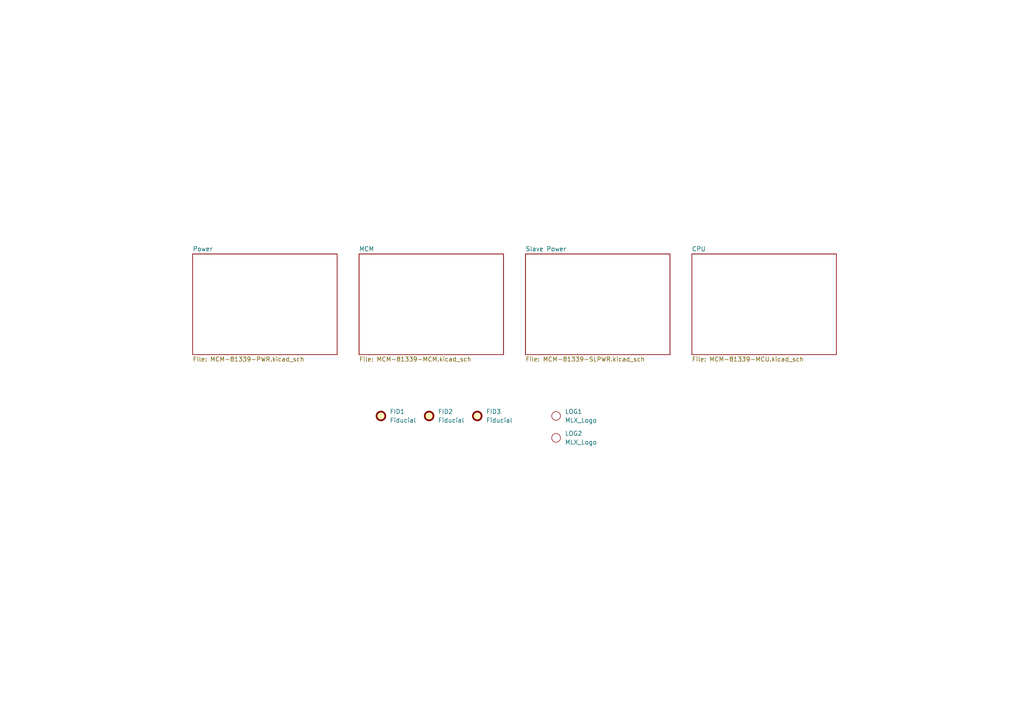
<source format=kicad_sch>
(kicad_sch (version 20211123) (generator eeschema)
  (paper "A4")
  (lib_symbols
    (symbol "Mechanical:Fiducial"
      (property "Reference" "FID" (at 0 5.08 0))
      (property "Value" "Fiducial" (at 0 3.175 0))
      (symbol "Fiducial_0_1"
        (circle (center 0 0) (radius 1.27) (stroke (width 0.508)) (fill (type background)))
      )
    )
    (symbol "Melexis:MLX_Logo"
      (property "Reference" "LOG" (at 0 5.08 0))
      (property "Value" "MLX_Logo" (at 2.54 2.54 0))
      (symbol "MLX_Logo_0_1"
        (circle (center 0 0) (radius 1.27))
      )
    )
  )
  (symbol (lib_id "Mechanical:Fiducial") (at 138.43 120.65 0) (unit 1)
    (property "Reference" "FID3" (at 140.97 119.3799 0) (effects (justify left)))
    (property "Value" "Fiducial" (at 140.97 121.9199 0) (effects (justify left)))
    (property "Footprint" "Fiducial:Fiducial_0.5mm_Mask1mm" (effects hide))
  )
  (symbol (lib_id "Melexis:MLX_Logo") (at 161.29 127 0) (unit 1)
    (property "Reference" "LOG2" (at 163.83 125.7299 0) (effects (justify left)))
    (property "Value" "MLX_Logo" (at 163.83 128.2699 0) (effects (justify left)))
    (property "Footprint" "Melexis:LOGO" (effects hide))
  )
  (symbol (lib_id "Mechanical:Fiducial") (at 124.46 120.65 0) (unit 1)
    (property "Reference" "FID2" (at 127 119.3799 0) (effects (justify left)))
    (property "Value" "Fiducial" (at 127 121.9199 0) (effects (justify left)))
    (property "Footprint" "Fiducial:Fiducial_0.5mm_Mask1mm" (effects hide))
  )
  (symbol (lib_id "Mechanical:Fiducial") (at 110.49 120.65 0) (unit 1)
    (property "Reference" "FID1" (at 113.03 119.3799 0) (effects (justify left)))
    (property "Value" "Fiducial" (at 113.03 121.9199 0) (effects (justify left)))
    (property "Footprint" "Fiducial:Fiducial_0.5mm_Mask1mm" (effects hide))
  )
  (symbol (lib_id "Melexis:MLX_Logo") (at 161.29 120.65 0) (unit 1)
    (property "Reference" "LOG1" (at 163.83 119.3799 0) (effects (justify left)))
    (property "Value" "MLX_Logo" (at 163.83 121.9199 0) (effects (justify left)))
    (property "Footprint" "Melexis:LOGO-SILK" (effects hide))
  )
  (sheet (at 152.4 73.66) (size 41.91 29.21) (stroke (width 0.1524))
    (property "Sheet name" "Slave Power" (at 152.4 72.9484 0) (effects (justify left bottom)))
    (property "Sheet file" "MCM-81339-SLPWR.kicad_sch" (at 152.4 103.4546 0) (effects (justify left top)))
  )
  (sheet (at 55.88 73.66) (size 41.91 29.21) (stroke (width 0.1524))
    (property "Sheet name" "Power" (at 55.88 72.9484 0) (effects (justify left bottom)))
    (property "Sheet file" "MCM-81339-PWR.kicad_sch" (at 55.88 103.4546 0) (effects (justify left top)))
  )
  (sheet (at 200.66 73.66) (size 41.91 29.21) (stroke (width 0.1524))
    (property "Sheet name" "CPU" (at 200.66 72.9484 0) (effects (justify left bottom)))
    (property "Sheet file" "MCM-81339-MCU.kicad_sch" (at 200.66 103.4546 0) (effects (justify left top)))
  )
  (sheet (at 104.14 73.66) (size 41.91 29.21) (stroke (width 0.1524))
    (property "Sheet name" "MCM" (at 104.14 72.9484 0) (effects (justify left bottom)))
    (property "Sheet file" "MCM-81339-MCM.kicad_sch" (at 104.14 103.4546 0) (effects (justify left top)))
  )
)
</source>
